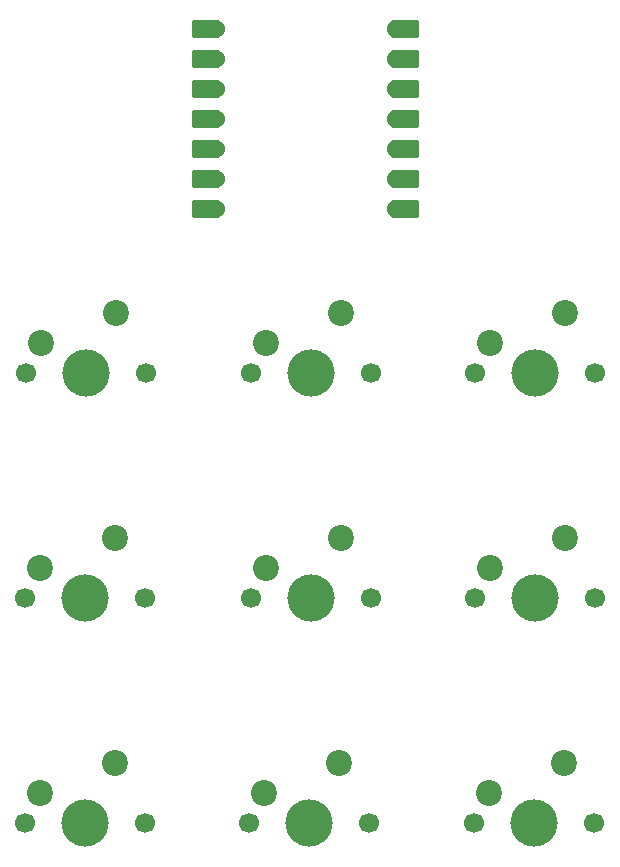
<source format=gbr>
%TF.GenerationSoftware,KiCad,Pcbnew,9.0.5*%
%TF.CreationDate,2025-12-26T20:20:44+00:00*%
%TF.ProjectId,macro pad,6d616372-6f20-4706-9164-2e6b69636164,rev?*%
%TF.SameCoordinates,Original*%
%TF.FileFunction,Soldermask,Top*%
%TF.FilePolarity,Negative*%
%FSLAX46Y46*%
G04 Gerber Fmt 4.6, Leading zero omitted, Abs format (unit mm)*
G04 Created by KiCad (PCBNEW 9.0.5) date 2025-12-26 20:20:44*
%MOMM*%
%LPD*%
G01*
G04 APERTURE LIST*
G04 Aperture macros list*
%AMRoundRect*
0 Rectangle with rounded corners*
0 $1 Rounding radius*
0 $2 $3 $4 $5 $6 $7 $8 $9 X,Y pos of 4 corners*
0 Add a 4 corners polygon primitive as box body*
4,1,4,$2,$3,$4,$5,$6,$7,$8,$9,$2,$3,0*
0 Add four circle primitives for the rounded corners*
1,1,$1+$1,$2,$3*
1,1,$1+$1,$4,$5*
1,1,$1+$1,$6,$7*
1,1,$1+$1,$8,$9*
0 Add four rect primitives between the rounded corners*
20,1,$1+$1,$2,$3,$4,$5,0*
20,1,$1+$1,$4,$5,$6,$7,0*
20,1,$1+$1,$6,$7,$8,$9,0*
20,1,$1+$1,$8,$9,$2,$3,0*%
G04 Aperture macros list end*
%ADD10C,2.200000*%
%ADD11C,1.700000*%
%ADD12C,4.000000*%
%ADD13RoundRect,0.152400X1.063600X0.609600X-1.063600X0.609600X-1.063600X-0.609600X1.063600X-0.609600X0*%
%ADD14C,1.524000*%
%ADD15RoundRect,0.152400X-1.063600X-0.609600X1.063600X-0.609600X1.063600X0.609600X-1.063600X0.609600X0*%
G04 APERTURE END LIST*
D10*
%TO.C,SW3*%
X26000000Y-84500000D03*
X32350000Y-81960000D03*
D11*
X34890000Y-87040000D03*
D12*
X29810000Y-87040000D03*
D11*
X24730000Y-87040000D03*
%TD*%
D10*
%TO.C,SW6*%
X45000000Y-84500000D03*
X51350000Y-81960000D03*
D11*
X53890000Y-87040000D03*
D12*
X48810000Y-87040000D03*
D11*
X43730000Y-87040000D03*
%TD*%
D10*
%TO.C,SW9*%
X64000000Y-84500000D03*
X70350000Y-81960000D03*
D11*
X72890000Y-87040000D03*
D12*
X67810000Y-87040000D03*
D11*
X62730000Y-87040000D03*
%TD*%
D13*
%TO.C,U1*%
X40045000Y-19880000D03*
D14*
X40880000Y-19880000D03*
D13*
X40045000Y-22420000D03*
D14*
X40880000Y-22420000D03*
D13*
X40045000Y-24960000D03*
D14*
X40880000Y-24960000D03*
D13*
X40045000Y-27500000D03*
D14*
X40880000Y-27500000D03*
D13*
X40045000Y-30040000D03*
D14*
X40880000Y-30040000D03*
D13*
X40045000Y-32580000D03*
D14*
X40880000Y-32580000D03*
D13*
X40045000Y-35120000D03*
D14*
X40880000Y-35120000D03*
X56120000Y-35120000D03*
D15*
X56955000Y-35120000D03*
D14*
X56120000Y-32580000D03*
D15*
X56955000Y-32580000D03*
D14*
X56120000Y-30040000D03*
D15*
X56955000Y-30040000D03*
D14*
X56120000Y-27500000D03*
D15*
X56955000Y-27500000D03*
D14*
X56120000Y-24960000D03*
D15*
X56955000Y-24960000D03*
D14*
X56120000Y-22420000D03*
D15*
X56955000Y-22420000D03*
D14*
X56120000Y-19880000D03*
D15*
X56955000Y-19880000D03*
%TD*%
D11*
%TO.C,SW8*%
X62840000Y-68000000D03*
D12*
X67920000Y-68000000D03*
D11*
X73000000Y-68000000D03*
D10*
X70460000Y-62920000D03*
X64110000Y-65460000D03*
%TD*%
D11*
%TO.C,SW7*%
X62840000Y-49000000D03*
D12*
X67920000Y-49000000D03*
D11*
X73000000Y-49000000D03*
D10*
X70460000Y-43920000D03*
X64110000Y-46460000D03*
%TD*%
D11*
%TO.C,SW5*%
X43840000Y-68000000D03*
D12*
X48920000Y-68000000D03*
D11*
X54000000Y-68000000D03*
D10*
X51460000Y-62920000D03*
X45110000Y-65460000D03*
%TD*%
D11*
%TO.C,SW4*%
X43840000Y-49000000D03*
D12*
X48920000Y-49000000D03*
D11*
X54000000Y-49000000D03*
D10*
X51460000Y-43920000D03*
X45110000Y-46460000D03*
%TD*%
D11*
%TO.C,SW2*%
X24730000Y-68040000D03*
D12*
X29810000Y-68040000D03*
D11*
X34890000Y-68040000D03*
D10*
X32350000Y-62960000D03*
X26000000Y-65500000D03*
%TD*%
D11*
%TO.C,SW1*%
X24840000Y-49000000D03*
D12*
X29920000Y-49000000D03*
D11*
X35000000Y-49000000D03*
D10*
X32460000Y-43920000D03*
X26110000Y-46460000D03*
%TD*%
M02*

</source>
